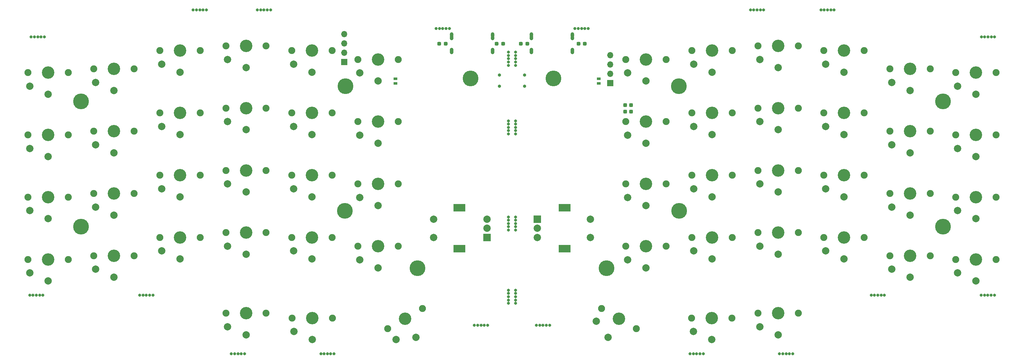
<source format=gts>
G04 #@! TF.GenerationSoftware,KiCad,Pcbnew,(5.99.0-8557-g8988e46ab1)*
G04 #@! TF.CreationDate,2021-02-20T09:12:51-07:00*
G04 #@! TF.ProjectId,BlueSof_R3_Panel,426c7565-536f-4665-9f52-335f50616e65,rev?*
G04 #@! TF.SameCoordinates,PX85099e0PY51bada0*
G04 #@! TF.FileFunction,Soldermask,Top*
G04 #@! TF.FilePolarity,Negative*
%FSLAX46Y46*%
G04 Gerber Fmt 4.6, Leading zero omitted, Abs format (unit mm)*
G04 Created by KiCad (PCBNEW (5.99.0-8557-g8988e46ab1)) date 2021-02-20 09:12:51*
%MOMM*%
%LPD*%
G01*
G04 APERTURE LIST*
G04 Aperture macros list*
%AMRoundRect*
0 Rectangle with rounded corners*
0 $1 Rounding radius*
0 $2 $3 $4 $5 $6 $7 $8 $9 X,Y pos of 4 corners*
0 Add a 4 corners polygon primitive as box body*
4,1,4,$2,$3,$4,$5,$6,$7,$8,$9,$2,$3,0*
0 Add four circle primitives for the rounded corners*
1,1,$1+$1,$2,$3*
1,1,$1+$1,$4,$5*
1,1,$1+$1,$6,$7*
1,1,$1+$1,$8,$9*
0 Add four rect primitives between the rounded corners*
20,1,$1+$1,$2,$3,$4,$5,0*
20,1,$1+$1,$4,$5,$6,$7,0*
20,1,$1+$1,$6,$7,$8,$9,0*
20,1,$1+$1,$8,$9,$2,$3,0*%
G04 Aperture macros list end*
%ADD10C,0.800000*%
%ADD11C,1.900000*%
%ADD12C,3.400000*%
%ADD13C,2.000000*%
%ADD14RoundRect,0.237500X0.237500X-0.300000X0.237500X0.300000X-0.237500X0.300000X-0.237500X-0.300000X0*%
%ADD15RoundRect,0.237500X0.287500X0.237500X-0.287500X0.237500X-0.287500X-0.237500X0.287500X-0.237500X0*%
%ADD16R,2.000000X2.000000*%
%ADD17R,3.200000X2.000000*%
%ADD18C,4.300000*%
%ADD19C,1.000000*%
%ADD20R,1.700000X1.700000*%
%ADD21O,1.700000X1.700000*%
%ADD22R,1.000000X0.650000*%
%ADD23C,0.900000*%
%ADD24RoundRect,0.237500X-0.287500X-0.237500X0.287500X-0.237500X0.287500X0.237500X-0.287500X0.237500X0*%
G04 APERTURE END LIST*
D10*
X-55475866Y44951251D03*
X-58175866Y44951251D03*
X-54575866Y44951251D03*
X-56375866Y44951251D03*
X-57275866Y44951251D03*
X12238606Y-35148749D03*
X12238606Y-32448749D03*
X10338606Y-35148749D03*
X10338606Y-31548749D03*
X12238606Y-31548749D03*
X10338606Y-33348749D03*
X10338606Y-34248749D03*
X12238606Y-33348749D03*
X12238606Y-34248749D03*
X10338606Y-32448749D03*
X98249054Y44932580D03*
X99149054Y44932580D03*
X95549054Y44932580D03*
X97349054Y44932580D03*
X96449054Y44932580D03*
X-87578672Y-32948749D03*
X-88478672Y-32948749D03*
X-86678672Y-32948749D03*
X-89378672Y-32948749D03*
X-90278672Y-32948749D03*
X32063606Y39851251D03*
X29363606Y39851251D03*
X30263606Y39851251D03*
X28463606Y39851251D03*
X31163606Y39851251D03*
X4635346Y-41125990D03*
X1935346Y-41125990D03*
X1035346Y-41125990D03*
X3735346Y-41125990D03*
X2835346Y-41125990D03*
X-72075866Y44951251D03*
X-75675866Y44951251D03*
X-72975866Y44951251D03*
X-73875866Y44951251D03*
X-74775866Y44951251D03*
X76315240Y44932580D03*
X77215240Y44932580D03*
X78115240Y44932580D03*
X79915240Y44932580D03*
X79015240Y44932580D03*
X142914079Y37617236D03*
X142014079Y37617236D03*
X141114079Y37617236D03*
X139314079Y37617236D03*
X140214079Y37617236D03*
X10338606Y14701251D03*
X12238606Y14701251D03*
X12238606Y11101251D03*
X10338606Y12901251D03*
X10338606Y11101251D03*
X10338606Y12001251D03*
X12238606Y12901251D03*
X10338606Y13801251D03*
X12238606Y12001251D03*
X12238606Y13801251D03*
X12238606Y29851251D03*
X12238606Y32551251D03*
X10338606Y32551251D03*
X12238606Y30751251D03*
X10338606Y31651251D03*
X10338606Y30751251D03*
X10338606Y29851251D03*
X12238606Y31651251D03*
X10338606Y33451251D03*
X12238606Y33451251D03*
X10338606Y-11548749D03*
X12238606Y-12448749D03*
X10338606Y-12448749D03*
X10338606Y-13348749D03*
X12238606Y-11548749D03*
X12238606Y-14248749D03*
X10338606Y-15148749D03*
X12238606Y-13348749D03*
X10338606Y-14248749D03*
X12238606Y-15148749D03*
X-8511394Y39851251D03*
X-9411394Y39851251D03*
X-7611394Y39851251D03*
X-6711394Y39851251D03*
X-5811394Y39851251D03*
X-118478672Y-32948749D03*
X-117578672Y-32948749D03*
X-119378672Y-32948749D03*
X-120278672Y-32948749D03*
X-116678672Y-32948749D03*
X-116286867Y37617236D03*
X-118986867Y37617236D03*
X-118086867Y37617236D03*
X-117186867Y37617236D03*
X-119886867Y37617236D03*
X-64378672Y-48948748D03*
X-62578672Y-48948748D03*
X-61678672Y-48948748D03*
X-65278672Y-48948748D03*
X-63478672Y-48948748D03*
X-39967845Y-48948748D03*
X-40867845Y-48948748D03*
X-39067845Y-48948748D03*
X-38167845Y-48948748D03*
X-37267845Y-48948748D03*
X21541866Y-41117372D03*
X19741866Y-41117372D03*
X18841866Y-41117372D03*
X17941866Y-41117372D03*
X20641866Y-41117372D03*
X110155884Y-32940131D03*
X109255884Y-32940131D03*
X111055884Y-32940131D03*
X111955884Y-32940131D03*
X112855884Y-32940131D03*
X86055884Y-48940130D03*
X84255884Y-48940130D03*
X86955884Y-48940130D03*
X87855884Y-48940130D03*
X85155884Y-48940130D03*
X141955884Y-32940131D03*
X140155884Y-32940131D03*
X142855884Y-32940131D03*
X141055884Y-32940131D03*
X139255884Y-32940131D03*
X61645057Y-48940130D03*
X59845057Y-48940130D03*
X60745057Y-48940130D03*
X62545057Y-48940130D03*
X63445057Y-48940130D03*
D11*
X42353082Y31451251D03*
X53353082Y31451251D03*
D12*
X47853082Y31451251D03*
D13*
X42853082Y27751251D03*
X47853082Y25551251D03*
D11*
X60353082Y33851251D03*
D12*
X65853082Y33851251D03*
D11*
X71353082Y33851251D03*
D13*
X60853082Y30151251D03*
X65853082Y27951251D03*
D11*
X107353082Y33851251D03*
D12*
X101853082Y33851251D03*
D11*
X96353082Y33851251D03*
D13*
X96853082Y30151251D03*
X101853082Y27951251D03*
D11*
X125353082Y28851251D03*
D12*
X119853082Y28851251D03*
D11*
X114353082Y28851251D03*
D13*
X114853082Y25151251D03*
X119853082Y22951251D03*
D11*
X132353082Y27851251D03*
D12*
X137853082Y27851251D03*
D11*
X143353082Y27851251D03*
D13*
X132853082Y24151251D03*
X137853082Y21951251D03*
D12*
X47853082Y14451251D03*
D11*
X42353082Y14451251D03*
X53353082Y14451251D03*
D13*
X42853082Y10751251D03*
X47853082Y8551251D03*
D12*
X65853082Y16851251D03*
D11*
X71353082Y16851251D03*
X60353082Y16851251D03*
D13*
X60853082Y13151251D03*
X65853082Y10951251D03*
D11*
X89353082Y18151251D03*
D12*
X83853082Y18151251D03*
D11*
X78353082Y18151251D03*
D13*
X78853082Y14451251D03*
X83853082Y12251251D03*
D12*
X101853082Y16851251D03*
D11*
X96353082Y16851251D03*
X107353082Y16851251D03*
D13*
X96853082Y13151251D03*
X101853082Y10951251D03*
D11*
X143353082Y10851251D03*
D12*
X137853082Y10851251D03*
D11*
X132353082Y10851251D03*
D13*
X132853082Y7151251D03*
X137853082Y4951251D03*
D11*
X60353082Y-148749D03*
X71353082Y-148749D03*
D12*
X65853082Y-148749D03*
D13*
X60853082Y-3848749D03*
X65853082Y-6048749D03*
D12*
X83853082Y1151251D03*
D11*
X78353082Y1151251D03*
X89353082Y1151251D03*
D13*
X78853082Y-2548749D03*
X83853082Y-4748749D03*
D11*
X107353082Y-148749D03*
X96353082Y-148749D03*
D12*
X101853082Y-148749D03*
D13*
X96853082Y-3848749D03*
X101853082Y-6048749D03*
D11*
X125353082Y-5148749D03*
D12*
X119853082Y-5148749D03*
D11*
X114353082Y-5148749D03*
D13*
X114853082Y-8848749D03*
X119853082Y-11048749D03*
D11*
X42353082Y-19548749D03*
X53353082Y-19548749D03*
D12*
X47853082Y-19548749D03*
D13*
X42853082Y-23248749D03*
X47853082Y-25448749D03*
D11*
X78353082Y-15848749D03*
D12*
X83853082Y-15848749D03*
D11*
X89353082Y-15848749D03*
D13*
X78853082Y-19548749D03*
X83853082Y-21748749D03*
D12*
X101853082Y-17148749D03*
D11*
X96353082Y-17148749D03*
X107353082Y-17148749D03*
D13*
X96853082Y-20848749D03*
X101853082Y-23048749D03*
D11*
X125353082Y-22148749D03*
D12*
X119853082Y-22148749D03*
D11*
X114353082Y-22148749D03*
D13*
X114853082Y-25848749D03*
X119853082Y-28048749D03*
D11*
X143353082Y-23148749D03*
X132353082Y-23148749D03*
D12*
X137853082Y-23148749D03*
D13*
X132853082Y-26848749D03*
X137853082Y-29048749D03*
D11*
X42353082Y-2548749D03*
D12*
X47853082Y-2548749D03*
D11*
X53353082Y-2548749D03*
D13*
X42853082Y-6248749D03*
X47853082Y-8448749D03*
D12*
X119853082Y11851251D03*
D11*
X114353082Y11851251D03*
X125353082Y11851251D03*
D13*
X114853082Y8151251D03*
X119853082Y5951251D03*
D11*
X143353082Y-6148749D03*
X132353082Y-6148749D03*
D12*
X137853082Y-6148749D03*
D13*
X132853082Y-9848749D03*
X137853082Y-12048749D03*
D11*
X78353082Y-37848749D03*
D12*
X83853082Y-37848749D03*
D11*
X89353082Y-37848749D03*
D13*
X78853082Y-41548749D03*
X83853082Y-43748749D03*
D11*
X78353082Y35151251D03*
D12*
X83853082Y35151251D03*
D11*
X89353082Y35151251D03*
D13*
X78853082Y31451251D03*
X83853082Y29251251D03*
D11*
X71353082Y-17148749D03*
X60353082Y-17148749D03*
D12*
X65853082Y-17148749D03*
D13*
X60853082Y-20848749D03*
X65853082Y-23048749D03*
D14*
X43753082Y17238751D03*
X43753082Y18963751D03*
X42115582Y17238751D03*
X42115582Y18963751D03*
D15*
X15453082Y35726251D03*
X13703082Y35726251D03*
D11*
X45216222Y-42098749D03*
X35689942Y-36598749D03*
D12*
X40453082Y-39348749D03*
D13*
X34272955Y-40053043D03*
X37503082Y-44458299D03*
D15*
X31153082Y35751251D03*
X29403082Y35751251D03*
D16*
X18153082Y-12148749D03*
D13*
X18153082Y-17148749D03*
X18153082Y-14648749D03*
D17*
X25653082Y-9048749D03*
X25653082Y-20248749D03*
D13*
X32653082Y-17148749D03*
X32653082Y-12148749D03*
D11*
X71253082Y-39148749D03*
D12*
X65753082Y-39148749D03*
D11*
X60253082Y-39148749D03*
D13*
X60753082Y-42848749D03*
X65753082Y-45048749D03*
D18*
X128853082Y20026251D03*
X22578082Y26251251D03*
X56753082Y24126251D03*
X56853082Y-9873749D03*
X37078082Y-25548749D03*
X128853082Y-14173749D03*
D19*
X16577782Y37171151D03*
X27728382Y37183851D03*
X16577482Y34157251D03*
X27728382Y33640551D03*
X27728082Y33395251D03*
X16578082Y38390351D03*
X27728382Y37818851D03*
X16577482Y33894551D03*
X27728082Y34157251D03*
X16577782Y38110951D03*
X16577782Y33640551D03*
X27728682Y38403051D03*
X16577482Y33395251D03*
X27728382Y38123651D03*
X27728082Y33894551D03*
X27728382Y37475951D03*
X16577782Y37806151D03*
X16577782Y37463251D03*
D20*
X38078082Y24951251D03*
D21*
X38078082Y27491251D03*
X38078082Y30031251D03*
X38078082Y32571251D03*
D22*
X34973037Y24883251D03*
X34973037Y26153251D03*
D23*
X14728082Y27151251D03*
X14728082Y24151251D03*
D11*
X-30775870Y31451251D03*
X-19775870Y31451251D03*
D12*
X-25275870Y31451251D03*
D13*
X-30275870Y27751251D03*
X-25275870Y25551251D03*
D11*
X-48775870Y33851251D03*
D12*
X-43275870Y33851251D03*
D11*
X-37775870Y33851251D03*
D13*
X-48275870Y30151251D03*
X-43275870Y27951251D03*
D11*
X-73775870Y33851251D03*
D12*
X-79275870Y33851251D03*
D11*
X-84775870Y33851251D03*
D13*
X-84275870Y30151251D03*
X-79275870Y27951251D03*
D11*
X-91775870Y28851251D03*
D12*
X-97275870Y28851251D03*
D11*
X-102775870Y28851251D03*
D13*
X-102275870Y25151251D03*
X-97275870Y22951251D03*
D11*
X-120775870Y27851251D03*
D12*
X-115275870Y27851251D03*
D11*
X-109775870Y27851251D03*
D13*
X-120275870Y24151251D03*
X-115275870Y21951251D03*
D12*
X-25275870Y14451251D03*
D11*
X-30775870Y14451251D03*
X-19775870Y14451251D03*
D13*
X-30275870Y10751251D03*
X-25275870Y8551251D03*
D12*
X-43275870Y16851251D03*
D11*
X-37775870Y16851251D03*
X-48775870Y16851251D03*
D13*
X-48275870Y13151251D03*
X-43275870Y10951251D03*
D11*
X-55775870Y18151251D03*
D12*
X-61275870Y18151251D03*
D11*
X-66775870Y18151251D03*
D13*
X-66275870Y14451251D03*
X-61275870Y12251251D03*
D12*
X-79275870Y16851251D03*
D11*
X-84775870Y16851251D03*
X-73775870Y16851251D03*
D13*
X-84275870Y13151251D03*
X-79275870Y10951251D03*
D11*
X-109775870Y10851251D03*
D12*
X-115275870Y10851251D03*
D11*
X-120775870Y10851251D03*
D13*
X-120275870Y7151251D03*
X-115275870Y4951251D03*
D11*
X-48775870Y-148749D03*
X-37775870Y-148749D03*
D12*
X-43275870Y-148749D03*
D13*
X-48275870Y-3848749D03*
X-43275870Y-6048749D03*
D12*
X-61275870Y1151251D03*
D11*
X-66775870Y1151251D03*
X-55775870Y1151251D03*
D13*
X-66275870Y-2548749D03*
X-61275870Y-4748749D03*
D11*
X-73775870Y-148749D03*
X-84775870Y-148749D03*
D12*
X-79275870Y-148749D03*
D13*
X-84275870Y-3848749D03*
X-79275870Y-6048749D03*
D11*
X-91775870Y-5148749D03*
D12*
X-97275870Y-5148749D03*
D11*
X-102775870Y-5148749D03*
D13*
X-102275870Y-8848749D03*
X-97275870Y-11048749D03*
D11*
X-30775870Y-19548749D03*
X-19775870Y-19548749D03*
D12*
X-25275870Y-19548749D03*
D13*
X-30275870Y-23248749D03*
X-25275870Y-25448749D03*
D11*
X-66775870Y-15848749D03*
D12*
X-61275870Y-15848749D03*
D11*
X-55775870Y-15848749D03*
D13*
X-66275870Y-19548749D03*
X-61275870Y-21748749D03*
D12*
X-79275870Y-17148749D03*
D11*
X-84775870Y-17148749D03*
X-73775870Y-17148749D03*
D13*
X-84275870Y-20848749D03*
X-79275870Y-23048749D03*
D11*
X-91775870Y-22148749D03*
D12*
X-97275870Y-22148749D03*
D11*
X-102775870Y-22148749D03*
D13*
X-102275870Y-25848749D03*
X-97275870Y-28048749D03*
D11*
X-109775870Y-23148749D03*
X-120775870Y-23148749D03*
D12*
X-115275870Y-23148749D03*
D13*
X-120275870Y-26848749D03*
X-115275870Y-29048749D03*
D11*
X-30775870Y-2548749D03*
D12*
X-25275870Y-2548749D03*
D11*
X-19775870Y-2548749D03*
D13*
X-30275870Y-6248749D03*
X-25275870Y-8448749D03*
D12*
X-97275870Y11851251D03*
D11*
X-102775870Y11851251D03*
X-91775870Y11851251D03*
D13*
X-102275870Y8151251D03*
X-97275870Y5951251D03*
D11*
X-109775870Y-6148749D03*
X-120775870Y-6148749D03*
D12*
X-115275870Y-6148749D03*
D13*
X-120275870Y-9848749D03*
X-115275870Y-12048749D03*
D11*
X-66775870Y-37848749D03*
D12*
X-61275870Y-37848749D03*
D11*
X-55775870Y-37848749D03*
D13*
X-66275870Y-41548749D03*
X-61275870Y-43748749D03*
D11*
X-66775870Y35151251D03*
D12*
X-61275870Y35151251D03*
D11*
X-55775870Y35151251D03*
D13*
X-66275870Y31451251D03*
X-61275870Y29251251D03*
D11*
X-37775870Y-17148749D03*
X-48775870Y-17148749D03*
D12*
X-43275870Y-17148749D03*
D13*
X-48275870Y-20848749D03*
X-43275870Y-23048749D03*
D20*
X-34475870Y30751251D03*
D21*
X-34475870Y33291251D03*
X-34475870Y35831251D03*
X-34475870Y38371251D03*
D24*
X7124130Y35726251D03*
X8874130Y35726251D03*
D11*
X-13112730Y-36598749D03*
X-22639010Y-42098749D03*
D12*
X-17875870Y-39348749D03*
D13*
X-20355997Y-45053043D03*
X-14925870Y-44458299D03*
D24*
X-8575870Y35751251D03*
X-6825870Y35751251D03*
D16*
X4424130Y-17148749D03*
D13*
X4424130Y-12148749D03*
X4424130Y-14648749D03*
D17*
X-3075870Y-20248749D03*
X-3075870Y-9048749D03*
D13*
X-10075870Y-12148749D03*
X-10075870Y-17148749D03*
D11*
X-37675870Y-39148749D03*
D12*
X-43175870Y-39148749D03*
D11*
X-48675870Y-39148749D03*
D13*
X-48175870Y-42848749D03*
X-43175870Y-45048749D03*
D19*
X-5151170Y37171151D03*
X5999430Y37183851D03*
X-5151470Y34157251D03*
X5999430Y33640551D03*
X5999130Y33395251D03*
X-5150870Y38390351D03*
X5999430Y37818851D03*
X-5151470Y33894551D03*
X5999130Y34157251D03*
X-5151170Y38110951D03*
X-5151170Y33640551D03*
X5999730Y38403051D03*
X-5151470Y33395251D03*
X5999430Y38123651D03*
X5999130Y33894551D03*
X5999430Y37475951D03*
X-5151170Y37806151D03*
X-5151170Y37463251D03*
D22*
X-20477825Y24883251D03*
X-20477825Y26153251D03*
D18*
X-106275870Y20026251D03*
X-870Y26251251D03*
X-34175870Y24126251D03*
X-34275870Y-9873749D03*
X-14500870Y-25548749D03*
X-106275870Y-14173749D03*
D23*
X7849130Y24151251D03*
X7849130Y27151251D03*
M02*

</source>
